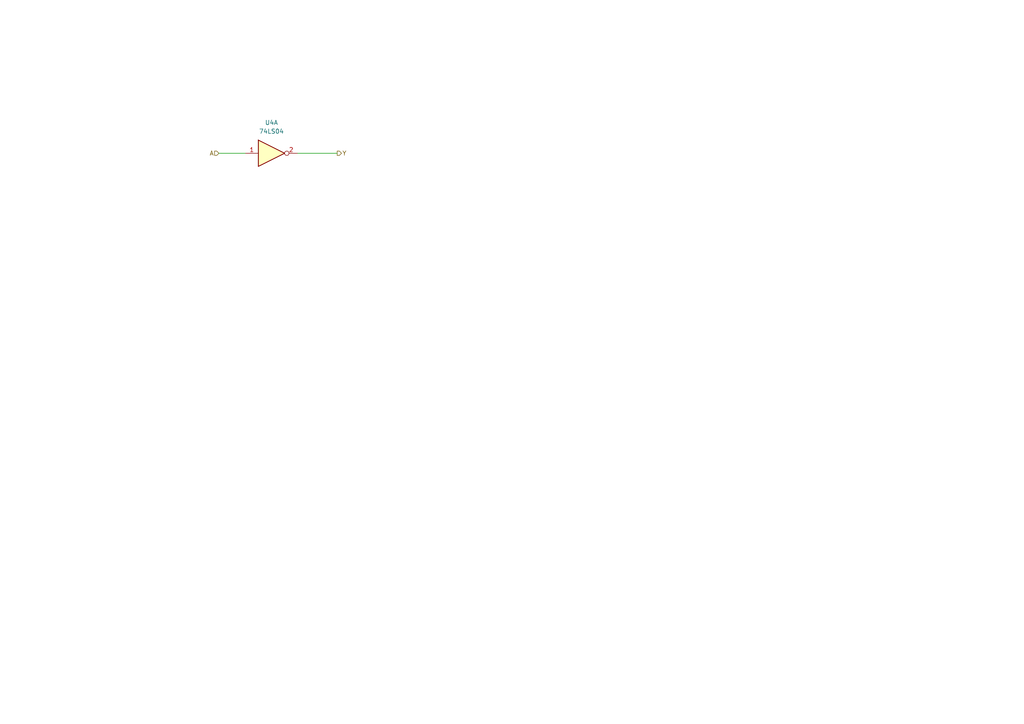
<source format=kicad_sch>
(kicad_sch (version 20211123) (generator eeschema)
  (paper "A4")
  (lib_symbols
    (symbol "74xx:74LS04"
      (property "Reference" "U" (at 0 1.27 0))
      (property "Value" "74LS04" (at 0 -1.27 0))
      (symbol "74LS04_1_0"
        (polyline (pts (xy -3.81 3.81) (xy -3.81 -3.81) (xy 3.81 0) (xy -3.81 3.81)) (stroke (width 0.254)) (fill (type background)))
        (pin input line (at -7.62 0 0) (length 3.81) (name "~") (number "1"))
        (pin output inverted (at 7.62 0 180) (length 3.81) (name "~") (number "2"))
      )
      (symbol "74LS04_2_0"
        (polyline (pts (xy -3.81 3.81) (xy -3.81 -3.81) (xy 3.81 0) (xy -3.81 3.81)) (stroke (width 0.254)) (fill (type background)))
        (pin input line (at -7.62 0 0) (length 3.81) (name "~") (number "3"))
        (pin output inverted (at 7.62 0 180) (length 3.81) (name "~") (number "4"))
      )
      (symbol "74LS04_3_0"
        (polyline (pts (xy -3.81 3.81) (xy -3.81 -3.81) (xy 3.81 0) (xy -3.81 3.81)) (stroke (width 0.254)) (fill (type background)))
        (pin input line (at -7.62 0 0) (length 3.81) (name "~") (number "5"))
        (pin output inverted (at 7.62 0 180) (length 3.81) (name "~") (number "6"))
      )
      (symbol "74LS04_4_0"
        (polyline (pts (xy -3.81 3.81) (xy -3.81 -3.81) (xy 3.81 0) (xy -3.81 3.81)) (stroke (width 0.254)) (fill (type background)))
        (pin output inverted (at 7.62 0 180) (length 3.81) (name "~") (number "8"))
        (pin input line (at -7.62 0 0) (length 3.81) (name "~") (number "9"))
      )
      (symbol "74LS04_5_0"
        (polyline (pts (xy -3.81 3.81) (xy -3.81 -3.81) (xy 3.81 0) (xy -3.81 3.81)) (stroke (width 0.254)) (fill (type background)))
        (pin output inverted (at 7.62 0 180) (length 3.81) (name "~") (number "10"))
        (pin input line (at -7.62 0 0) (length 3.81) (name "~") (number "11"))
      )
      (symbol "74LS04_6_0"
        (polyline (pts (xy -3.81 3.81) (xy -3.81 -3.81) (xy 3.81 0) (xy -3.81 3.81)) (stroke (width 0.254)) (fill (type background)))
        (pin output inverted (at 7.62 0 180) (length 3.81) (name "~") (number "12"))
        (pin input line (at -7.62 0 0) (length 3.81) (name "~") (number "13"))
      )
      (symbol "74LS04_7_0"
        (pin power_in line (at 0 12.7 270) (length 5.08) (name "VCC") (number "14"))
        (pin power_in line (at 0 -12.7 90) (length 5.08) (name "GND") (number "7"))
      )
      (symbol "74LS04_7_1"
        (rectangle (start -5.08 7.62) (end 5.08 -7.62) (stroke (width 0.254)) (fill (type background)))
      )
    )
  )
  (wire (pts (xy 86.36 44.45) (xy 97.79 44.45)))
  (wire (pts (xy 63.5 44.45) (xy 71.12 44.45)))
  (hierarchical_label "Y" (shape output) (at 97.79 44.45 0))
  (hierarchical_label "A" (shape input) (at 63.5 44.45 180))
  (symbol (lib_id "74xx:74LS04") (at 78.74 44.45 0)
    (property "Reference" "U4" (at 78.74 35.56 0))
    (property "Value" "74LS04" (at 78.74 38.1 0))
    (property "Datasheet" "http://www.ti.com/lit/gpn/sn74LS04" (effects hide))
  )
)
</source>
